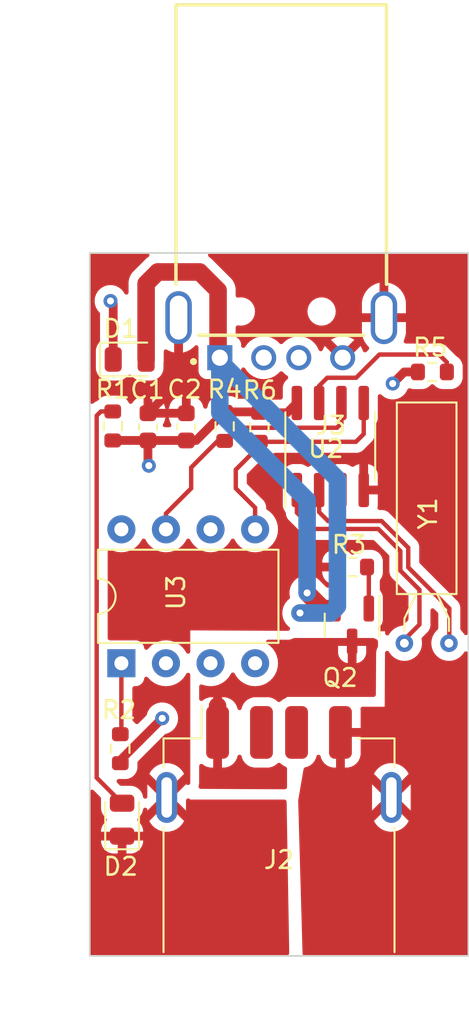
<source format=kicad_pcb>
(kicad_pcb (version 20221018) (generator pcbnew)
  (layers (0 "F.Cu" signal) (1 "In1.Cu" signal) (2 "In2.Cu" signal) (31 "B.Cu" signal) (34 "B.Paste" user) (35 "F.Paste" user) (36 "B.SilkS" user "B.Silkscreen") (37 "F.SilkS" user "F.Silkscreen") (38 "B.Mask" user) (39 "F.Mask" user) (44 "Edge.Cuts" user))
  (net 0 "")
  (net 1 "+5V")
  (net 2 "GND")
  (net 3 "Net-(D1-A)")
  (net 4 "Net-(D2-A)")
  (net 5 "Net-(J2-VBUS)")
  (net 8 "mosfet")
  (net 9 "SCL")
  (net 10 "Net-(U2-SQW{slash}OUT)")
  (net 11 "SDA")
  (net 12 "Net-(U2-X1)")
  (net 13 "Net-(U2-X2)")
  (net 15 "Net-(U3-PB5)")
  (footprint "Crystal:Crystal_AT310_D3.0mm_L10.0mm_Horizontal" (layer "F.Cu") (at 73.182 72.2058 180)
    (fp_text reference "Y1" (at 1.1984 7.385 90) (layer "F.SilkS"))
    (fp_text value "Crystal")
    (fp_line (start -0.43 2.8) (end -0.43 13.7) (stroke (width 0.12)) (layer "F.SilkS"))
    (fp_line (start -0.43 13.7) (end 2.97 13.7) (stroke (width 0.12)) (layer "F.SilkS"))
    (fp_line (start 0 1.4) (end 0 0.7) (stroke (width 0.12)) (layer "F.SilkS"))
    (fp_line (start 0.67 2.8) (end 0 1.4) (stroke (width 0.12)) (layer "F.SilkS"))
    (fp_line (start 1.87 2.8) (end 2.54 1.4) (stroke (width 0.12)) (layer "F.SilkS"))
    (fp_line (start 2.54 1.4) (end 2.54 0.7) (stroke (width 0.12)) (layer "F.SilkS"))
    (fp_line (start 2.97 2.8) (end -0.43 2.8) (stroke (width 0.12)) (layer "F.SilkS"))
    (fp_line (start 2.97 13.7) (end 2.97 2.8) (stroke (width 0.12)) (layer "F.SilkS"))
    (pad "1" thru_hole circle (at 0 0 180) (size 1 1) (drill 0.5) (layers "*.Cu" "*.Mask") (net 13 "Net-(U2-X2)"))
    (pad "2" thru_hole circle (at 2.54 0 180) (size 1 1) (drill 0.5) (layers "*.Cu" "*.Mask") (net 12 "Net-(U2-X1)"))
  )
  (footprint "Capacitor_SMD:C_0603_1608Metric" (layer "F.Cu") (at 56.0324 59.8932 90)
    (fp_text reference "C1" (at 2.1082 -0.0254 180) (layer "F.SilkS"))
    (fp_text value "0.1uF")
    (fp_line (start -0.14058 -0.51) (end 0.14058 -0.51) (stroke (width 0.12)) (layer "F.SilkS"))
    (fp_line (start -0.14058 0.51) (end 0.14058 0.51) (stroke (width 0.12)) (layer "F.SilkS"))
    (pad "1" smd roundrect (at -0.775 0 90) (size 0.9 0.95) (layers "F.Cu" "F.Paste" "F.Mask") (net 1 "+5V"))
    (pad "2" smd roundrect (at 0.775 0 90) (size 0.9 0.95) (layers "F.Cu" "F.Paste" "F.Mask") (net 2 "GND"))
  )
  (footprint "Package_DIP:DIP-8_W7.62mm" (layer "F.Cu") (at 54.5184 73.3452 90)
    (fp_text reference "U3" (at 4.0286 3.1142 90) (layer "F.SilkS"))
    (fp_text value "ATTINY85-20SU")
    (fp_line (start 1.16 -1.33) (end 1.16 8.95) (stroke (width 0.12)) (layer "F.SilkS"))
    (fp_line (start 1.16 8.95) (end 6.46 8.95) (stroke (width 0.12)) (layer "F.SilkS"))
    (fp_line (start 2.81 -1.33) (end 1.16 -1.33) (stroke (width 0.12)) (layer "F.SilkS"))
    (fp_line (start 6.46 -1.33) (end 4.81 -1.33) (stroke (width 0.12)) (layer "F.SilkS"))
    (fp_line (start 6.46 8.95) (end 6.46 -1.33) (stroke (width 0.12)) (layer "F.SilkS"))
    (fp_arc (start 4.81 -1.33) (mid 3.81 -0.33) (end 2.81 -1.33) (stroke (width 0.12)) (layer "F.SilkS"))
    (pad "1" thru_hole rect (at 0 0 90) (size 1.6 1.6) (drill 0.8) (layers "*.Cu" "*.Mask") (net 15 "Net-(U3-PB5)"))
    (pad "2" thru_hole oval (at 0 2.54 90) (size 1.6 1.6) (drill 0.8) (layers "*.Cu" "*.Mask"))
    (pad "3" thru_hole oval (at 0 5.08 90) (size 1.6 1.6) (drill 0.8) (layers "*.Cu" "*.Mask"))
    (pad "4" thru_hole oval (at 0 7.62 90) (size 1.6 1.6) (drill 0.8) (layers "*.Cu" "*.Mask") (net 2 "GND"))
    (pad "5" thru_hole oval (at 7.62 7.62 90) (size 1.6 1.6) (drill 0.8) (layers "*.Cu" "*.Mask") (net 11 "SDA"))
    (pad "6" thru_hole oval (at 7.62 5.08 90) (size 1.6 1.6) (drill 0.8) (layers "*.Cu" "*.Mask"))
    (pad "7" thru_hole oval (at 7.62 2.54 90) (size 1.6 1.6) (drill 0.8) (layers "*.Cu" "*.Mask") (net 9 "SCL"))
    (pad "8" thru_hole oval (at 7.62 0 90) (size 1.6 1.6) (drill 0.8) (layers "*.Cu" "*.Mask") (net 1 "+5V"))
  )
  (footprint "Package_TO_SOT_SMD:SOT-23" (layer "F.Cu") (at 67.6656 71.1708 -90)
    (fp_text reference "Q2" (at 2.9972 0.6858) (layer "F.SilkS"))
    (fp_text value "IRLML6401")
    (fp_line (start 0 -1.56) (end -1.675 -1.56) (stroke (width 0.12)) (layer "F.SilkS"))
    (fp_line (start 0 -1.56) (end 0.65 -1.56) (stroke (width 0.12)) (layer "F.SilkS"))
    (fp_line (start 0 1.56) (end -0.65 1.56) (stroke (width 0.12)) (layer "F.SilkS"))
    (fp_line (start 0 1.56) (end 0.65 1.56) (stroke (width 0.12)) (layer "F.SilkS"))
    (pad "1" smd roundrect (at -0.9375 -0.95 270) (size 1.475 0.6) (layers "F.Cu" "F.Paste" "F.Mask") (net 8 "mosfet"))
    (pad "2" smd roundrect (at -0.9375 0.95 270) (size 1.475 0.6) (layers "F.Cu" "F.Paste" "F.Mask") (net 3 "Net-(D1-A)"))
    (pad "3" smd roundrect (at 0.9375 0 270) (size 1.475 0.6) (layers "F.Cu" "F.Paste" "F.Mask") (net 5 "Net-(J2-VBUS)"))
  )
  (footprint "Diode_SMD:D_0805_2012Metric" (layer "F.Cu") (at 54.991 56.0578)
    (fp_text reference "D1" (at -0.508 -1.7526) (layer "F.SilkS"))
    (fp_text value "1N5819")
    (fp_line (start -1.685 -0.96) (end -1.685 0.96) (stroke (width 0.12)) (layer "F.SilkS"))
    (fp_line (start -1.685 0.96) (end 1 0.96) (stroke (width 0.12)) (layer "F.SilkS"))
    (fp_line (start 1 -0.96) (end -1.685 -0.96) (stroke (width 0.12)) (layer "F.SilkS"))
    (pad "1" smd roundrect (at -0.9375 0) (size 0.975 1.4) (layers "F.Cu" "F.Paste" "F.Mask") (net 1 "+5V"))
    (pad "2" smd roundrect (at 0.9375 0) (size 0.975 1.4) (layers "F.Cu" "F.Paste" "F.Mask") (net 3 "Net-(D1-A)"))
  )
  (footprint "Package_SO:SOIC-8_3.9x4.9mm_P1.27mm" (layer "F.Cu") (at 66.421 61.0108 90)
    (fp_text reference "U2" (at -0.127 -0.254 180) (layer "F.SilkS"))
    (fp_text value "DS1307Z+")
    (fp_line (start 0 -2.56) (end -3.45 -2.56) (stroke (width 0.12)) (layer "F.SilkS"))
    (fp_line (start 0 -2.56) (end 1.95 -2.56) (stroke (width 0.12)) (layer "F.SilkS"))
    (fp_line (start 0 2.56) (end -1.95 2.56) (stroke (width 0.12)) (layer "F.SilkS"))
    (fp_line (start 0 2.56) (end 1.95 2.56) (stroke (width 0.12)) (layer "F.SilkS"))
    (pad "1" smd roundrect (at -2.475 -1.905 90) (size 1.95 0.6) (layers "F.Cu" "F.Paste" "F.Mask") (net 12 "Net-(U2-X1)"))
    (pad "2" smd roundrect (at -2.475 -0.635 90) (size 1.95 0.6) (layers "F.Cu" "F.Paste" "F.Mask") (net 13 "Net-(U2-X2)"))
    (pad "3" smd roundrect (at -2.475 0.635 90) (size 1.95 0.6) (layers "F.Cu" "F.Paste" "F.Mask"))
    (pad "4" smd roundrect (at -2.475 1.905 90) (size 1.95 0.6) (layers "F.Cu" "F.Paste" "F.Mask") (net 2 "GND"))
    (pad "5" smd roundrect (at 2.475 1.905 90) (size 1.95 0.6) (layers "F.Cu" "F.Paste" "F.Mask") (net 11 "SDA"))
    (pad "6" smd roundrect (at 2.475 0.635 90) (size 1.95 0.6) (layers "F.Cu" "F.Paste" "F.Mask") (net 9 "SCL"))
    (pad "7" smd roundrect (at 2.475 -0.635 90) (size 1.95 0.6) (layers "F.Cu" "F.Paste" "F.Mask") (net 10 "Net-(U2-SQW{slash}OUT)"))
    (pad "8" smd roundrect (at 2.475 -1.905 90) (size 1.95 0.6) (layers "F.Cu" "F.Paste" "F.Mask") (net 1 "+5V"))
  )
  (footprint "Resistor_SMD:R_0603_1608Metric" (layer "F.Cu") (at 72.2376 56.769)
    (fp_text reference "R5" (at -0.127 -1.397 180) (layer "F.SilkS"))
    (fp_text value "4k7")
    (fp_line (start -0.237258 -0.5225) (end 0.237258 -0.5225) (stroke (width 0.12)) (layer "F.SilkS"))
    (fp_line (start -0.237258 0.5225) (end 0.237258 0.5225) (stroke (width 0.12)) (layer "F.SilkS"))
    (pad "1" smd roundrect (at -0.825 0) (size 0.8 0.95) (layers "F.Cu" "F.Paste" "F.Mask") (net 1 "+5V"))
    (pad "2" smd roundrect (at 0.825 0) (size 0.8 0.95) (layers "F.Cu" "F.Paste" "F.Mask") (net 10 "Net-(U2-SQW{slash}OUT)"))
  )
  (footprint "Resistor_SMD:R_0603_1608Metric" (layer "F.Cu") (at 60.4012 59.8678 -90)
    (fp_text reference "R4" (at -2.1082 0 -180) (layer "F.SilkS"))
    (fp_text value "4k7")
    (fp_line (start -0.237258 -0.5225) (end 0.237258 -0.5225) (stroke (width 0.12)) (layer "F.SilkS"))
    (fp_line (start -0.237258 0.5225) (end 0.237258 0.5225) (stroke (width 0.12)) (layer "F.SilkS"))
    (pad "1" smd roundrect (at -0.825 0 270) (size 0.8 0.95) (layers "F.Cu" "F.Paste" "F.Mask") (net 1 "+5V"))
    (pad "2" smd roundrect (at 0.825 0 270) (size 0.8 0.95) (layers "F.Cu" "F.Paste" "F.Mask") (net 9 "SCL"))
  )
  (footprint "Resistor_SMD:R_0603_1608Metric" (layer "F.Cu") (at 54.0258 59.8424 90)
    (fp_text reference "R1" (at 2.0828 0 180) (layer "F.SilkS"))
    (fp_text value "10k")
    (fp_line (start -0.237258 -0.5225) (end 0.237258 -0.5225) (stroke (width 0.12)) (layer "F.SilkS"))
    (fp_line (start -0.237258 0.5225) (end 0.237258 0.5225) (stroke (width 0.12)) (layer "F.SilkS"))
    (pad "1" smd roundrect (at -0.825 0 90) (size 0.8 0.95) (layers "F.Cu" "F.Paste" "F.Mask") (net 1 "+5V"))
    (pad "2" smd roundrect (at 0.825 0 90) (size 0.8 0.95) (layers "F.Cu" "F.Paste" "F.Mask") (net 4 "Net-(D2-A)"))
  )
  (footprint "Resistor_SMD:R_0603_1608Metric" (layer "F.Cu") (at 67.691 67.8688 180)
    (fp_text reference "R3" (at 0.2032 1.27 180) (layer "F.SilkS"))
    (fp_text value "10k")
    (fp_line (start -0.237258 -0.5225) (end 0.237258 -0.5225) (stroke (width 0.12)) (layer "F.SilkS"))
    (fp_line (start -0.237258 0.5225) (end 0.237258 0.5225) (stroke (width 0.12)) (layer "F.SilkS"))
    (pad "1" smd roundrect (at -0.825 0 180) (size 0.8 0.95) (layers "F.Cu" "F.Paste" "F.Mask") (net 8 "mosfet"))
    (pad "2" smd roundrect (at 0.825 0 180) (size 0.8 0.95) (layers "F.Cu" "F.Paste" "F.Mask") (net 2 "GND"))
  )
  (footprint "C-Footprint:SAMTEC_USB-AM-S-X-X-TH" (layer "F.Cu") (at 63.627 53.6788 180)
    (fp_text reference "J3" (at -2.825 -6.135) (layer "F.SilkS"))
    (fp_text value "USB-AM-S-X-X-TH")
    (fp_line (start -6 17.8) (end -6 1.9) (stroke (width 0.2)) (layer "F.SilkS"))
    (fp_line (start -4.7 -1) (end 4.7 -1) (stroke (width 0.2)) (layer "F.SilkS"))
    (fp_line (start 6 1.9) (end 6 17.8) (stroke (width 0.2)) (layer "F.SilkS"))
    (fp_line (start 6 17.8) (end -6 17.8) (stroke (width 0.2)) (layer "F.SilkS"))
    (fp_circle (center 5 -2.5) (end 5.1 -2.5) (stroke (width 0.2)) (fill none) (layer "F.SilkS"))
    (pad "" np_thru_hole circle (at -2.3 0.35 180) (size 1.1 1.1) (drill 1.1) (layers "*.Cu" "*.Mask"))
    (pad "" np_thru_hole circle (at 2.3 0.35 180) (size 1.1 1.1) (drill 1.1) (layers "*.Cu" "*.Mask"))
    (pad "01" thru_hole rect (at 3.5 -2.28 180) (size 1.428 1.428) (drill 0.92) (layers "*.Cu" "*.Mask") (net 3 "Net-(D1-A)"))
    (pad "02" thru_hole circle (at 1 -2.28 180) (size 1.428 1.428) (drill 0.92) (layers "*.Cu" "*.Mask"))
    (pad "03" thru_hole circle (at -1 -2.28 180) (size 1.428 1.428) (drill 0.92) (layers "*.Cu" "*.Mask"))
    (pad "04" thru_hole circle (at -3.5 -2.28 180) (size 1.428 1.428) (drill 0.92) (layers "*.Cu" "*.Mask") (net 2 "GND"))
    (pad "S1" thru_hole oval (at -5.85 0 180) (size 1.508 3.016) (drill oval 1 2.5) (layers "*.Cu" "*.Mask") (net 2 "GND"))
    (pad "S2" thru_hole oval (at 5.85 0 180) (size 1.508 3.016) (drill oval 1 2.5) (layers "*.Cu" "*.Mask") (net 2 "GND"))
  )
  (footprint "Resistor_SMD:R_0603_1608Metric" (layer "F.Cu") (at 54.4576 78.2066 -90)
    (fp_text reference "R2" (at -2.2098 0.0762 -180) (layer "F.SilkS"))
    (fp_text value "10k")
    (fp_line (start -0.237258 -0.5225) (end 0.237258 -0.5225) (stroke (width 0.12)) (layer "F.SilkS"))
    (fp_line (start -0.237258 0.5225) (end 0.237258 0.5225) (stroke (width 0.12)) (layer "F.SilkS"))
    (pad "1" smd roundrect (at -0.825 0 270) (size 0.8 0.95) (layers "F.Cu" "F.Paste" "F.Mask") (net 15 "Net-(U3-PB5)"))
    (pad "2" smd roundrect (at 0.825 0 270) (size 0.8 0.95) (layers "F.Cu" "F.Paste" "F.Mask") (net 1 "+5V"))
  )
  (footprint "Capacitor_SMD:C_0603_1608Metric" (layer "F.Cu") (at 58.2168 59.8932 90)
    (fp_text reference "C2" (at 2.1336 -0.1016 180) (layer "F.SilkS"))
    (fp_text value "4.7uF")
    (fp_line (start -0.14058 -0.51) (end 0.14058 -0.51) (stroke (width 0.12)) (layer "F.SilkS"))
    (fp_line (start -0.14058 0.51) (end 0.14058 0.51) (stroke (width 0.12)) (layer "F.SilkS"))
    (pad "1" smd roundrect (at -0.775 0 90) (size 0.9 0.95) (layers "F.Cu" "F.Paste" "F.Mask") (net 1 "+5V"))
    (pad "2" smd roundrect (at 0.775 0 90) (size 0.9 0.95) (layers "F.Cu" "F.Paste" "F.Mask") (net 2 "GND"))
  )
  (footprint "Connector_USB:USB_A_Receptacle_GCT_USB1046" (layer "F.Cu") (at 63.5 84.5312)
    (fp_text reference "J2" (at 0 0) (layer "F.SilkS"))
    (fp_text value "USB_A")
    (fp_line (start -6.58 -6.91) (end -6.58 -5.26) (stroke (width 0.12)) (layer "F.SilkS"))
    (fp_line (start -6.58 -1.84) (end -6.58 5.25) (stroke (width 0.12)) (layer "F.SilkS"))
    (fp_line (start -4.41 -6.91) (end -6.58 -6.91) (stroke (width 0.12)) (layer "F.SilkS"))
    (fp_line (start -4.41 -6.91) (end -4.41 -8.75) (stroke (width 0.12)) (layer "F.SilkS"))
    (fp_line (start 4.41 -6.91) (end 6.58 -6.91) (stroke (width 0.12)) (layer "F.SilkS"))
    (fp_line (start 6.58 -6.91) (end 6.58 -5.26) (stroke (width 0.12)) (layer "F.SilkS"))
    (fp_line (start 6.58 -1.84) (end 6.58 5.25) (stroke (width 0.12)) (layer "F.SilkS"))
    (pad "1" smd roundrect (at -3.5 -7.25) (size 1.3 3) (layers "F.Cu" "F.Paste" "F.Mask") (net 5 "Net-(J2-VBUS)"))
    (pad "2" smd roundrect (at -1 -7.25) (size 1.3 3) (layers "F.Cu" "F.Paste" "F.Mask"))
    (pad "3" smd roundrect (at 1 -7.25) (size 1.3 3) (layers "F.Cu" "F.Paste" "F.Mask"))
    (pad "4" smd roundrect (at 3.5 -7.25) (size 1.3 3) (layers "F.Cu" "F.Paste" "F.Mask") (net 2 "GND"))
    (pad "5" thru_hole oval (at -6.4 -3.55) (size 1.2 2.9) (drill oval 0.6 2.3) (layers "*.Cu" "*.Mask") (net 2 "GND"))
    (pad "5" thru_hole oval (at 6.4 -3.55) (size 1.2 2.9) (drill oval 0.6 2.3) (layers "*.Cu" "*.Mask") (net 2 "GND"))
  )
  (footprint "LED_SMD:LED_0805_2012Metric" (layer "F.Cu") (at 54.5592 82.2452 90)
    (fp_text reference "D2" (at -2.667 -0.0762 180) (layer "F.SilkS"))
    (fp_text value "LED")
    (fp_line (start -1.685 -0.96) (end -1.685 0.96) (stroke (width 0.12)) (layer "F.SilkS"))
    (fp_line (start -1.685 0.96) (end 1 0.96) (stroke (width 0.12)) (layer "F.SilkS"))
    (fp_line (start 1 -0.96) (end -1.685 -0.96) (stroke (width 0.12)) (layer "F.SilkS"))
    (pad "1" smd roundrect (at -0.9375 0 90) (size 0.975 1.4) (layers "F.Cu" "F.Paste" "F.Mask") (net 2 "GND"))
    (pad "2" smd roundrect (at 0.9375 0 90) (size 0.975 1.4) (layers "F.Cu" "F.Paste" "F.Mask") (net 4 "Net-(D2-A)"))
  )
  (footprint "Resistor_SMD:R_0603_1608Metric" (layer "F.Cu") (at 62.3824 59.9186 -90)
    (fp_text reference "R6" (at -2.1082 -0.0254 -180) (layer "F.SilkS"))
    (fp_text value "4k7")
    (fp_line (start -0.237258 -0.5225) (end 0.237258 -0.5225) (stroke (width 0.12)) (layer "F.SilkS"))
    (fp_line (start -0.237258 0.5225) (end 0.237258 0.5225) (stroke (width 0.12)) (layer "F.SilkS"))
    (pad "1" smd roundrect (at -0.825 0 270) (size 0.8 0.95) (layers "F.Cu" "F.Paste" "F.Mask") (net 1 "+5V"))
    (pad "2" smd roundrect (at 0.825 0 270) (size 0.8 0.95) (layers "F.Cu" "F.Paste" "F.Mask") (net 11 "SDA"))
  )
  (gr_rect (start 52.7178 50) (end 74.2888 90) (stroke (width 0.1)) (fill none) (layer "Edge.Cuts"))
  (segment (start 62.3316 59.0428) (end 62.3824 59.0936) (width 0.5) (layer "F.Cu") (net 1))
  (segment (start 62.3824 59.0936) (end 63.9582 59.0936) (width 0.5) (layer "F.Cu") (net 1))
  (segment (start 56.0324 62.1538) (end 56.0832 62.103) (width 0.5) (layer "F.Cu") (net 1))
  (segment (start 54.4576 78.867) (end 56.8452 76.4794) (width 0.5) (layer "F.Cu") (net 1))
  (segment (start 58.2168 60.6682) (end 58.7758 60.6682) (width 0.5) (layer "F.Cu") (net 1))
  (segment (start 58.2168 60.6682) (end 56.0324 60.6682) (width 0.5) (layer "F.Cu") (net 1))
  (segment (start 60.4012 59.0428) (end 62.3316 59.0428) (width 0.5) (layer "F.Cu") (net 1))
  (segment (start 56.0324 62.2046) (end 56.0324 62.1538) (width 0.5) (layer "F.Cu") (net 1))
  (segment (start 56.0832 62.2554) (end 56.0324 62.2046) (width 0.5) (layer "F.Cu") (net 1))
  (segment (start 56.0316 60.6674) (end 56.0324 60.6682) (width 0.5) (layer "F.Cu") (net 1))
  (segment (start 58.7758 60.6682) (end 60.4012 59.0428) (width 0.5) (layer "F.Cu") (net 1))
  (segment (start 63.9582 59.0936) (end 64.516 58.5358) (width 0.5) (layer "F.Cu") (net 1))
  (segment (start 56.0832 62.103) (end 56.0324 62.0522) (width 0.5) (layer "F.Cu") (net 1))
  (segment (start 70.6374 56.769) (end 69.977 57.4294) (width 0.5) (layer "F.Cu") (net 1))
  (segment (start 54.4576 79.0316) (end 54.4576 78.867) (width 0.5) (layer "F.Cu") (net 1))
  (segment (start 56.09 62.2554) (end 56.0832 62.2554) (width 0.5) (layer "F.Cu") (net 1))
  (segment (start 54.0535 52.8851) (end 54.0535 56.0578) (width 0.5) (layer "F.Cu") (net 1))
  (segment (start 54.0258 60.6674) (end 56.0316 60.6674) (width 0.5) (layer "F.Cu") (net 1))
  (segment (start 53.8988 52.7304) (end 54.0535 52.8851) (width 0.5) (layer "F.Cu") (net 1))
  (segment (start 71.4126 56.769) (end 70.6374 56.769) (width 0.5) (layer "F.Cu") (net 1))
  (segment (start 56.0324 62.0522) (end 56.0324 60.6682) (width 0.5) (layer "F.Cu") (net 1))
  (via (at 53.8988 52.7304) (size 0.8) (drill 0.4) (layers "F.Cu" "B.Cu") (net 1))
  (via (at 56.8452 76.4794) (size 0.8) (drill 0.4) (layers "F.Cu" "B.Cu") (net 1))
  (via (at 56.0832 62.103) (size 0.8) (drill 0.4) (layers "F.Cu" "B.Cu") (net 1))
  (via (at 69.977 57.4294) (size 0.8) (drill 0.4) (layers "F.Cu" "B.Cu") (net 1))
  (segment (start 56.0324 59.1182) (end 57.777 57.3736) (width 0.5) (layer "F.Cu") (net 2))
  (segment (start 58.2168 59.1182) (end 56.0324 59.1182) (width 0.5) (layer "F.Cu") (net 2))
  (segment (start 57.777 57.3736) (end 57.777 53.6788) (width 0.5) (layer "F.Cu") (net 2))
  (segment (start 56.5912 51.0794) (end 58.9788 51.0794) (width 1) (layer "F.Cu") (net 3))
  (segment (start 60.027 52.1276) (end 60.027 55.8588) (width 1) (layer "F.Cu") (net 3))
  (segment (start 55.9285 56.0578) (end 55.9285 51.7421) (width 1) (layer "F.Cu") (net 3))
  (segment (start 60.027 55.8588) (end 60.127 55.9588) (width 1) (layer "F.Cu") (net 3))
  (segment (start 66.4639 70.485) (end 66.7156 70.2333) (width 1) (layer "F.Cu") (net 3))
  (segment (start 65.9915 70.2333) (end 65.1002 69.342) (width 1) (layer "F.Cu") (net 3))
  (segment (start 64.6938 70.485) (end 66.4639 70.485) (width 1) (layer "F.Cu") (net 3))
  (segment (start 66.7156 70.2333) (end 65.9915 70.2333) (width 1) (layer "F.Cu") (net 3))
  (segment (start 55.9285 51.7421) (end 56.5912 51.0794) (width 1) (layer "F.Cu") (net 3))
  (segment (start 58.9788 51.0794) (end 60.027 52.1276) (width 1) (layer "F.Cu") (net 3))
  (via (at 65.1002 69.342) (size 0.8) (drill 0.4) (layers "F.Cu" "B.Cu") (net 3))
  (via (at 64.6938 70.485) (size 0.8) (drill 0.4) (layers "F.Cu" "B.Cu") (net 3))
  (segment (start 60.127 59.0856) (end 60.127 55.9588) (width 1) (layer "B.Cu") (net 3))
  (segment (start 60.127 56.1646) (end 60.127 55.9588) (width 1) (layer "B.Cu") (net 3))
  (segment (start 66.4464 70.485) (end 66.8274 70.104) (width 1) (layer "B.Cu") (net 3))
  (segment (start 65.1002 64.0588) (end 60.127 59.0856) (width 1) (layer "B.Cu") (net 3))
  (segment (start 64.6938 70.485) (end 66.4464 70.485) (width 1) (layer "B.Cu") (net 3))
  (segment (start 66.8274 62.865) (end 60.127 56.1646) (width 1) (layer "B.Cu") (net 3))
  (segment (start 66.8274 70.104) (end 66.8274 62.865) (width 1) (layer "B.Cu") (net 3))
  (segment (start 65.1002 69.342) (end 65.1002 64.0588) (width 1) (layer "B.Cu") (net 3))
  (segment (start 53.1114 79.8599) (end 53.1114 59.2582) (width 0.25) (layer "F.Cu") (net 4))
  (segment (start 53.1114 59.2582) (end 53.3522 59.0174) (width 0.25) (layer "F.Cu") (net 4))
  (segment (start 53.3522 59.0174) (end 54.0258 59.0174) (width 0.25) (layer "F.Cu") (net 4))
  (segment (start 54.5592 81.3077) (end 53.1114 79.8599) (width 0.25) (layer "F.Cu") (net 4))
  (segment (start 60 77.2812) (end 60 75.7812) (width 1) (layer "F.Cu") (net 5))
  (segment (start 68.6156 70.2333) (end 68.6156 67.9684) (width 0.25) (layer "F.Cu") (net 8))
  (segment (start 68.6156 67.9684) (end 68.516 67.8688) (width 0.25) (layer "F.Cu") (net 8))
  (segment (start 60.4012 60.6928) (end 61.15 59.944) (width 0.25) (layer "F.Cu") (net 9))
  (segment (start 67.056 59.69) (end 67.056 58.5358) (width 0.25) (layer "F.Cu") (net 9))
  (segment (start 66.802 59.944) (end 67.056 59.69) (width 0.25) (layer "F.Cu") (net 9))
  (segment (start 58.4962 63.3916) (end 58.4962 62.2046) (width 0.25) (layer "F.Cu") (net 9))
  (segment (start 57.0584 64.8294) (end 58.4962 63.3916) (width 0.25) (layer "F.Cu") (net 9))
  (segment (start 60.008 60.6928) (end 60.4012 60.6928) (width 0.25) (layer "F.Cu") (net 9))
  (segment (start 57.0584 65.7252) (end 57.0584 64.8294) (width 0.25) (layer "F.Cu") (net 9))
  (segment (start 61.15 59.944) (end 66.802 59.944) (width 0.25) (layer "F.Cu") (net 9))
  (segment (start 58.4962 62.2046) (end 60.008 60.6928) (width 0.25) (layer "F.Cu") (net 9))
  (segment (start 65.786 57.5608) (end 65.786 58.5358) (width 0.25) (layer "F.Cu") (net 10))
  (segment (start 67.8942 57.0992) (end 66.2476 57.0992) (width 0.25) (layer "F.Cu") (net 10))
  (segment (start 69.215 55.7784) (end 67.8942 57.0992) (width 0.25) (layer "F.Cu") (net 10))
  (segment (start 72.6186 55.7784) (end 69.215 55.7784) (width 0.25) (layer "F.Cu") (net 10))
  (segment (start 66.2476 57.0992) (end 65.786 57.5608) (width 0.25) (layer "F.Cu") (net 10))
  (segment (start 73.0626 56.2224) (end 72.6186 55.7784) (width 0.25) (layer "F.Cu") (net 10))
  (segment (start 73.0626 56.769) (end 73.0626 56.2224) (width 0.25) (layer "F.Cu") (net 10))
  (segment (start 62.1384 65.7252) (end 62.1384 64.4938) (width 0.25) (layer "F.Cu") (net 11))
  (segment (start 68.326 60.2996) (end 68.326 58.5358) (width 0.25) (layer "F.Cu") (net 11))
  (segment (start 62.3824 60.9854) (end 62.3824 60.7436) (width 0.25) (layer "F.Cu") (net 11))
  (segment (start 61.0362 63.3916) (end 61.0362 62.3316) (width 0.25) (layer "F.Cu") (net 11))
  (segment (start 67.882 60.7436) (end 68.326 60.2996) (width 0.25) (layer "F.Cu") (net 11))
  (segment (start 62.1384 64.4938) (end 61.0362 63.3916) (width 0.25) (layer "F.Cu") (net 11))
  (segment (start 62.3824 60.7436) (end 67.882 60.7436) (width 0.25) (layer "F.Cu") (net 11))
  (segment (start 61.0362 62.3316) (end 62.3824 60.9854) (width 0.25) (layer "F.Cu") (net 11))
  (segment (start 71.501 71.1436) (end 71.501 69.165596) (width 0.25) (layer "F.Cu") (net 12))
  (segment (start 71.501 69.165596) (end 70.4134 68.077996) (width 0.25) (layer "F.Cu") (net 12))
  (segment (start 70.4134 66.959) (end 69.157 65.7026) (width 0.25) (layer "F.Cu") (net 12))
  (segment (start 70.4134 68.077996) (end 70.4134 66.959) (width 0.25) (layer "F.Cu") (net 12))
  (segment (start 70.4134 72.2312) (end 71.501 71.1436) (width 0.25) (layer "F.Cu") (net 12))
  (segment (start 64.516 64.77) (end 64.516 63.4858) (width 0.25) (layer "F.Cu") (net 12))
  (segment (start 65.4486 65.7026) (end 64.516 64.77) (width 0.25) (layer "F.Cu") (net 12))
  (segment (start 69.157 65.7026) (end 65.4486 65.7026) (width 0.25) (layer "F.Cu") (net 12))
  (segment (start 72.9534 72.2566) (end 73.2028 72.0072) (width 0.25) (layer "F.Cu") (net 13))
  (segment (start 65.786 64.7446) (end 65.786 63.4858) (width 0.25) (layer "F.Cu") (net 13))
  (segment (start 73.2028 72.0072) (end 73.2028 70.231) (width 0.25) (layer "F.Cu") (net 13))
  (segment (start 66.294 65.2526) (end 65.786 64.7446) (width 0.25) (layer "F.Cu") (net 13))
  (segment (start 69.343396 65.2526) (end 66.294 65.2526) (width 0.25) (layer "F.Cu") (net 13))
  (segment (start 70.8634 67.8916) (end 70.8634 66.772604) (width 0.25) (layer "F.Cu") (net 13))
  (segment (start 70.8634 66.772604) (end 69.343396 65.2526) (width 0.25) (layer "F.Cu") (net 13))
  (segment (start 73.2028 70.231) (end 70.8634 67.8916) (width 0.25) (layer "F.Cu") (net 13))
  (segment (start 54.5184 73.3452) (end 54.5184 77.3208) (width 0.25) (layer "F.Cu") (net 15))
  (segment (start 54.5184 77.3208) (end 54.4576 77.3816) (width 0.25) (layer "F.Cu") (net 15))
  (zone (net 2) (net_name "GND") (layer "F.Cu") (priority 3) (connect_pads (clearance 0.5)) (min_thickness 0.25) (fill yes (thermal_gap 0.5) (thermal_bridge_width 0.5))
    (polygon (pts (xy 52.705 49.9872) (xy 74.2696 49.9872) (xy 74.2696 90.0176) (xy 64.8462 90.0684) (xy 64.5922 81.153) (xy 65.5066 75.819) (xy 69.5198 75.819) (xy 69.5452 71.5264) (xy 58.4454 71.4756) (xy 58.4454 81.1022) (xy 63.9318 81.1022) (xy 64.0842 89.9668) (xy 52.7304 90.0176)))
  )
  (zone (net 5) (net_name "Net-(J2-VBUS)") (layer "F.Cu") (priority 2) (connect_pads (clearance 0.5)) (min_thickness 0.25) (fill yes (thermal_gap 0.5) (thermal_bridge_width 0.5))
    (polygon (pts (xy 58.801 78.9686) (xy 58.7756 71.9074) (xy 69.1388 71.9074) (xy 69.1388 75.2602) (xy 63.9572 75.2602) (xy 63.9572 80.518) (xy 58.801 80.4926)))
  )
)
</source>
